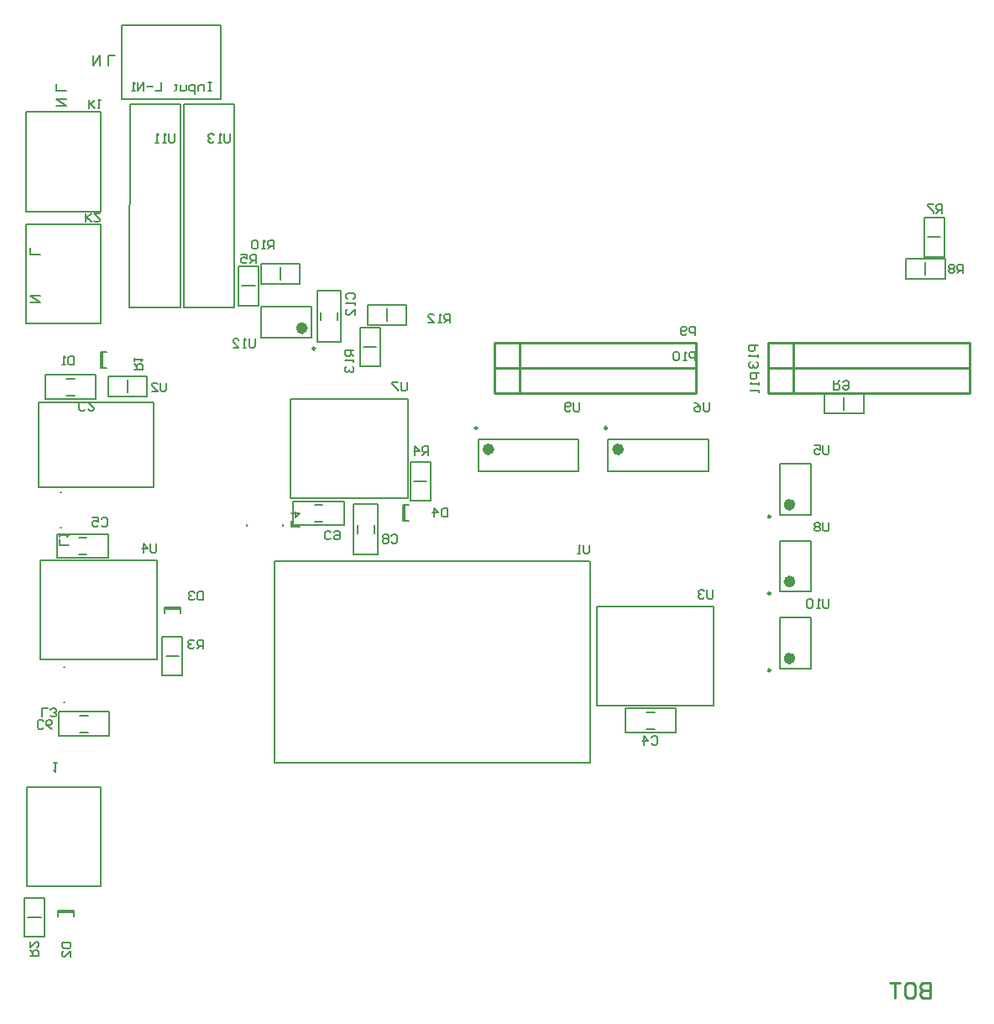
<source format=gbr>
G04 Layer_Color=32896*
%FSLAX25Y25*%
%MOIN*%
%TF.FileFunction,Legend,Bot*%
%TF.Part,Single*%
G01*
G75*
%TA.AperFunction,NonConductor*%
%ADD49C,0.02362*%
%ADD50C,0.00984*%
%ADD51C,0.00787*%
%ADD52C,0.00500*%
%ADD53C,0.01000*%
%ADD54C,0.00700*%
D49*
X113784Y246238D02*
G03*
X113784Y246238I-1181J0D01*
G01*
X307419Y115198D02*
G03*
X307419Y115198I-1181J0D01*
G01*
X187836Y198162D02*
G03*
X187836Y198162I-1181J0D01*
G01*
X307419Y145698D02*
G03*
X307419Y145698I-1181J0D01*
G01*
X239336Y198162D02*
G03*
X239336Y198162I-1181J0D01*
G01*
X307419Y176198D02*
G03*
X307419Y176198I-1181J0D01*
G01*
D50*
X117839Y238167D02*
G03*
X117839Y238167I-492J0D01*
G01*
X298659Y110453D02*
G03*
X298659Y110453I-492J0D01*
G01*
X182246Y206627D02*
G03*
X182246Y206627I-492J0D01*
G01*
X298659Y140954D02*
G03*
X298659Y140954I-492J0D01*
G01*
X233746Y206627D02*
G03*
X233746Y206627I-492J0D01*
G01*
X298659Y171453D02*
G03*
X298659Y171453I-492J0D01*
G01*
D51*
X53632Y183209D02*
Y216674D01*
X7962Y183209D02*
X53632D01*
X7962Y216674D02*
X53632D01*
X7962Y183209D02*
Y216674D01*
X16803Y166972D02*
X17197D01*
X16803Y181028D02*
X17197D01*
X19125Y219553D02*
X22275D01*
X19125Y226247D02*
X22275D01*
X33479Y230450D02*
Y236750D01*
X32731Y230450D02*
Y236750D01*
Y230450D02*
X35093D01*
X32731Y236750D02*
X35093D01*
X43500Y220641D02*
Y225759D01*
X18103Y97872D02*
X18497D01*
X18103Y111928D02*
X18497D01*
X58150Y134733D02*
X64450D01*
X58150Y135481D02*
X64450D01*
X58150Y133119D02*
Y135481D01*
X64450Y133119D02*
Y135481D01*
X58641Y116200D02*
X63759D01*
X24525Y85853D02*
X27675D01*
X24525Y92546D02*
X27675D01*
X117725Y169454D02*
X120875D01*
X117725Y176146D02*
X120875D01*
X104928Y167903D02*
Y168297D01*
X90872Y167903D02*
Y168297D01*
X141347Y164925D02*
Y168075D01*
X134653Y164925D02*
Y168075D01*
X153367Y169750D02*
Y176050D01*
X152619Y169750D02*
Y176050D01*
Y169750D02*
X154981D01*
X152619Y176050D02*
X154981D01*
X157041Y185500D02*
X162159D01*
X249525Y87253D02*
X252675D01*
X249525Y93946D02*
X252675D01*
X137041Y238868D02*
X142159D01*
X146500Y249046D02*
Y254165D01*
X126746Y249325D02*
Y252475D01*
X120054Y249325D02*
Y252475D01*
X104000Y265341D02*
Y270459D01*
X88841Y263000D02*
X93959D01*
X96461Y242301D02*
Y254899D01*
X116539Y242301D02*
Y254899D01*
X96461D02*
X116539D01*
X96461Y242301D02*
X116539D01*
X360200Y267341D02*
Y272459D01*
X361041Y282300D02*
X366159D01*
X65738Y254600D02*
X65840Y335200D01*
X65738Y254600D02*
X85839D01*
X65840Y335200D02*
X85839D01*
Y254600D02*
Y335200D01*
X44238Y254600D02*
X44340Y335200D01*
X44238Y254600D02*
X64339D01*
X44340Y335200D02*
X64339D01*
Y254600D02*
Y335200D01*
X302301Y131339D02*
X314899D01*
X302301Y111261D02*
X314899D01*
Y131339D01*
X302301Y111261D02*
Y131339D01*
X222482Y189501D02*
Y202099D01*
X182718Y189501D02*
Y202099D01*
Y189501D02*
X222482D01*
X182718Y202099D02*
X222482D01*
X302301Y161839D02*
X314899D01*
X302301Y141761D02*
X314899D01*
Y161839D01*
X302301Y141761D02*
Y161839D01*
X154622Y178932D02*
Y218232D01*
X108122D02*
X154622D01*
X108122Y178932D02*
X154622D01*
X108122D02*
Y218232D01*
X273982Y189501D02*
Y202099D01*
X234218Y189501D02*
Y202099D01*
Y189501D02*
X273982D01*
X234218Y202099D02*
X273982D01*
X302301Y192339D02*
X314899D01*
X302301Y172261D02*
X314899D01*
Y192339D01*
X302301Y172261D02*
Y192339D01*
X55206Y114732D02*
Y154032D01*
X8706D02*
X55206D01*
X8706Y114732D02*
X55206D01*
X8706D02*
Y154032D01*
X276222Y96532D02*
Y135832D01*
X229722D02*
X276222D01*
X229722Y96532D02*
X276222D01*
X229722D02*
Y135832D01*
X101800Y73700D02*
Y153700D01*
X101700D02*
X226897D01*
X227000Y73700D02*
Y153700D01*
X101700Y73700D02*
X226897D01*
X327900Y213741D02*
Y218859D01*
X3841Y12500D02*
X8959D01*
X3103Y287485D02*
X32630D01*
X3103Y248115D02*
X32630D01*
X3103D02*
Y287485D01*
X32630Y248115D02*
Y287485D01*
X3103Y331985D02*
X32630D01*
X3103Y292615D02*
X32630D01*
X3103D02*
Y331985D01*
X32630Y292615D02*
Y331985D01*
X41128Y337036D02*
Y366564D01*
X80498Y337036D02*
Y366564D01*
X41128Y337036D02*
X80498D01*
X41128Y366564D02*
X80498D01*
X15850Y14333D02*
X22150D01*
X15850Y15081D02*
X22150D01*
X15850Y12719D02*
Y15081D01*
X22150Y12719D02*
Y15081D01*
X24025Y156485D02*
X27175D01*
X24025Y163178D02*
X27175D01*
X3336Y24715D02*
X32864D01*
X3336Y64085D02*
X32864D01*
Y24715D02*
Y64085D01*
X3336Y24715D02*
Y64085D01*
D52*
X10602Y227683D02*
X30798D01*
Y218116D02*
Y227683D01*
X10602Y218116D02*
X30798D01*
X10602D02*
Y227683D01*
X35764Y219204D02*
X51236D01*
Y227196D01*
X35764D02*
X51236D01*
X35764Y219204D02*
Y227196D01*
X57204Y108464D02*
Y123936D01*
Y108464D02*
X65196D01*
Y123936D01*
X57204D02*
X65196D01*
X16002Y93984D02*
X36198D01*
Y84417D02*
Y93984D01*
X16002Y84417D02*
X36198D01*
X16002D02*
Y93984D01*
X109202Y177584D02*
X129398D01*
Y168017D02*
Y177584D01*
X109202Y168017D02*
X129398D01*
X109202D02*
Y177584D01*
X133217Y156402D02*
Y176598D01*
X142783D01*
Y156402D02*
Y176598D01*
X133217Y156402D02*
X142783D01*
X163596Y177764D02*
Y193236D01*
X155604D02*
X163596D01*
X155604Y177764D02*
Y193236D01*
Y177764D02*
X163596D01*
X241002Y95384D02*
X261198D01*
Y85817D02*
Y95384D01*
X241002Y85817D02*
X261198D01*
X241002D02*
Y95384D01*
X135604Y231132D02*
Y246605D01*
Y231132D02*
X143596D01*
Y246605D01*
X135604D02*
X143596D01*
X138764Y255602D02*
X154236D01*
X138764Y247609D02*
Y255602D01*
Y247609D02*
X154236D01*
Y255602D01*
X118616Y240802D02*
Y260998D01*
X128183D01*
Y240802D02*
Y260998D01*
X118616Y240802D02*
X128183D01*
X96264Y271896D02*
X111736D01*
X96264Y263904D02*
Y271896D01*
Y263904D02*
X111736D01*
Y271896D01*
X95396Y255264D02*
Y270736D01*
X87404D02*
X95396D01*
X87404Y255264D02*
Y270736D01*
Y255264D02*
X95396D01*
X352464Y273896D02*
X367936D01*
X352464Y265904D02*
Y273896D01*
Y265904D02*
X367936D01*
Y273896D01*
X359604Y274564D02*
Y290036D01*
Y274564D02*
X367596D01*
Y290036D01*
X359604D02*
X367596D01*
X320164Y220296D02*
X335636D01*
X320164Y212304D02*
Y220296D01*
Y212304D02*
X335636D01*
Y220296D01*
X10396Y4764D02*
Y20236D01*
X2404D02*
X10396D01*
X2404Y4764D02*
Y20236D01*
Y4764D02*
X10396D01*
X15502Y164615D02*
X35698D01*
Y155048D02*
Y164615D01*
X15502Y155048D02*
X35698D01*
X15502D02*
Y164615D01*
D53*
X297600Y230300D02*
Y240300D01*
Y230300D02*
X377600D01*
Y240300D01*
X297600D02*
X377600D01*
X307600Y230300D02*
Y240300D01*
X297600Y220300D02*
Y230300D01*
Y220300D02*
X377600D01*
Y230300D01*
X297600D02*
X377600D01*
X307600Y220300D02*
Y230300D01*
X189100Y220300D02*
Y230300D01*
Y220300D02*
X269100D01*
Y230300D01*
X189100D02*
X269100D01*
X199100Y220300D02*
Y230300D01*
X189100D02*
Y240300D01*
Y230300D02*
X269100D01*
Y240300D01*
X189100D02*
X269100D01*
X199100Y230300D02*
Y240300D01*
X362100Y-13702D02*
Y-19700D01*
X359101D01*
X358101Y-18700D01*
Y-17701D01*
X359101Y-16701D01*
X362100D01*
X359101D01*
X358101Y-15701D01*
Y-14702D01*
X359101Y-13702D01*
X362100D01*
X353103D02*
X355102D01*
X356102Y-14702D01*
Y-18700D01*
X355102Y-19700D01*
X353103D01*
X352103Y-18700D01*
Y-14702D01*
X353103Y-13702D01*
X350104D02*
X346105D01*
X348105D01*
Y-19700D01*
D54*
X94000Y242099D02*
Y239183D01*
X93417Y238600D01*
X92251D01*
X91667Y239183D01*
Y242099D01*
X90501Y238600D02*
X89335D01*
X89918D01*
Y242099D01*
X90501Y241516D01*
X85253Y238600D02*
X87585D01*
X85253Y240933D01*
Y241516D01*
X85836Y242099D01*
X87002D01*
X87585Y241516D01*
X323900Y225300D02*
Y221801D01*
X325649D01*
X326233Y222384D01*
Y223551D01*
X325649Y224134D01*
X323900D01*
X325066D02*
X326233Y225300D01*
X327399Y224717D02*
X327982Y225300D01*
X329148D01*
X329731Y224717D01*
Y222384D01*
X329148Y221801D01*
X327982D01*
X327399Y222384D01*
Y222967D01*
X327982Y223551D01*
X329731D01*
X375200Y268100D02*
Y271599D01*
X373451D01*
X372867Y271016D01*
Y269849D01*
X373451Y269266D01*
X375200D01*
X374034D02*
X372867Y268100D01*
X371701Y271016D02*
X371118Y271599D01*
X369952D01*
X369369Y271016D01*
Y270433D01*
X369952Y269849D01*
X369369Y269266D01*
Y268683D01*
X369952Y268100D01*
X371118D01*
X371701Y268683D01*
Y269266D01*
X371118Y269849D01*
X371701Y270433D01*
Y271016D01*
X371118Y269849D02*
X369952D01*
X366800Y291900D02*
Y295399D01*
X365051D01*
X364467Y294816D01*
Y293649D01*
X365051Y293066D01*
X366800D01*
X365634D02*
X364467Y291900D01*
X363301Y295399D02*
X360969D01*
Y294816D01*
X363301Y292483D01*
Y291900D01*
X293600Y239300D02*
X290101D01*
Y237551D01*
X290684Y236967D01*
X291851D01*
X292434Y237551D01*
Y239300D01*
X293600Y235801D02*
Y234635D01*
Y235218D01*
X290101D01*
X290684Y235801D01*
Y232885D02*
X290101Y232302D01*
Y231136D01*
X290684Y230553D01*
X291267D01*
X291851Y231136D01*
Y231719D01*
Y231136D01*
X292434Y230553D01*
X293017D01*
X293600Y231136D01*
Y232302D01*
X293017Y232885D01*
X294100Y228300D02*
X290601D01*
Y226551D01*
X291184Y225967D01*
X292351D01*
X292934Y226551D01*
Y228300D01*
X294100Y224801D02*
Y223635D01*
Y224218D01*
X290601D01*
X291184Y224801D01*
X294100Y221885D02*
Y220719D01*
Y221302D01*
X290601D01*
X291184Y221885D01*
X268895Y243450D02*
Y246949D01*
X267146D01*
X266563Y246366D01*
Y245200D01*
X267146Y244617D01*
X268895D01*
X265396Y244034D02*
X264813Y243450D01*
X263647D01*
X263064Y244034D01*
Y246366D01*
X263647Y246949D01*
X264813D01*
X265396Y246366D01*
Y245783D01*
X264813Y245200D01*
X263064D01*
X101500Y277700D02*
Y281199D01*
X99751D01*
X99167Y280616D01*
Y279449D01*
X99751Y278866D01*
X101500D01*
X100334D02*
X99167Y277700D01*
X98001D02*
X96835D01*
X97418D01*
Y281199D01*
X98001Y280616D01*
X95085D02*
X94502Y281199D01*
X93336D01*
X92753Y280616D01*
Y278283D01*
X93336Y277700D01*
X94502D01*
X95085Y278283D01*
Y280616D01*
X94400Y272000D02*
Y275499D01*
X92651D01*
X92067Y274916D01*
Y273749D01*
X92651Y273166D01*
X94400D01*
X93234D02*
X92067Y272000D01*
X88569Y275499D02*
X90901D01*
Y273749D01*
X89735Y274333D01*
X89152D01*
X88569Y273749D01*
Y272583D01*
X89152Y272000D01*
X90318D01*
X90901Y272583D01*
X130684Y257767D02*
X130101Y258351D01*
Y259517D01*
X130684Y260100D01*
X133017D01*
X133600Y259517D01*
Y258351D01*
X133017Y257767D01*
X133600Y256601D02*
Y255435D01*
Y256018D01*
X130101D01*
X130684Y256601D01*
X133600Y251353D02*
Y253685D01*
X131267Y251353D01*
X130684D01*
X130101Y251936D01*
Y253102D01*
X130684Y253685D01*
X54879Y160649D02*
Y157734D01*
X54296Y157150D01*
X53130D01*
X52547Y157734D01*
Y160649D01*
X49631Y157150D02*
Y160649D01*
X51381Y158900D01*
X49048D01*
X73400Y119100D02*
Y122599D01*
X71651D01*
X71067Y122016D01*
Y120849D01*
X71651Y120266D01*
X73400D01*
X72234D02*
X71067Y119100D01*
X69901Y122016D02*
X69318Y122599D01*
X68152D01*
X67569Y122016D01*
Y121433D01*
X68152Y120849D01*
X68735D01*
X68152D01*
X67569Y120266D01*
Y119683D01*
X68152Y119100D01*
X69318D01*
X69901Y119683D01*
X9300Y91952D02*
Y95451D01*
X11633D01*
X12799Y92536D02*
X13382Y91952D01*
X14548D01*
X15132Y92536D01*
Y93119D01*
X14548Y93702D01*
X13965D01*
X14548D01*
X15132Y94285D01*
Y94868D01*
X14548Y95451D01*
X13382D01*
X12799Y94868D01*
X73500Y141799D02*
Y138300D01*
X71751D01*
X71167Y138883D01*
Y141216D01*
X71751Y141799D01*
X73500D01*
X70001Y141216D02*
X69418Y141799D01*
X68252D01*
X67669Y141216D01*
Y140633D01*
X68252Y140049D01*
X68835D01*
X68252D01*
X67669Y139466D01*
Y138883D01*
X68252Y138300D01*
X69418D01*
X70001Y138883D01*
X9933Y87784D02*
X9349Y87201D01*
X8183D01*
X7600Y87784D01*
Y90117D01*
X8183Y90700D01*
X9349D01*
X9933Y90117D01*
X13431Y87201D02*
X12265Y87784D01*
X11099Y88951D01*
Y90117D01*
X11682Y90700D01*
X12848D01*
X13431Y90117D01*
Y89534D01*
X12848Y88951D01*
X11099D01*
X32963Y170498D02*
X33546Y171081D01*
X34712D01*
X35295Y170498D01*
Y168165D01*
X34712Y167582D01*
X33546D01*
X32963Y168165D01*
X29464Y171081D02*
X31796D01*
Y169331D01*
X30630Y169914D01*
X30047D01*
X29464Y169331D01*
Y168165D01*
X30047Y167582D01*
X31213D01*
X31796Y168165D01*
X46000Y229700D02*
X49499D01*
Y231449D01*
X48916Y232033D01*
X47749D01*
X47166Y231449D01*
Y229700D01*
Y230866D02*
X46000Y232033D01*
Y233199D02*
Y234365D01*
Y233782D01*
X49499D01*
X48916Y233199D01*
X22112Y235199D02*
Y231700D01*
X20362D01*
X19779Y232283D01*
Y234616D01*
X20362Y235199D01*
X22112D01*
X18613Y231700D02*
X17447D01*
X18030D01*
Y235199D01*
X18613Y234616D01*
X58800Y224599D02*
Y221683D01*
X58217Y221100D01*
X57051D01*
X56467Y221683D01*
Y224599D01*
X52969Y221100D02*
X55301D01*
X52969Y223433D01*
Y224016D01*
X53552Y224599D01*
X54718D01*
X55301Y224016D01*
X19999Y160000D02*
X16500D01*
Y162333D01*
Y163499D02*
Y164665D01*
Y164082D01*
X19999D01*
X19416Y163499D01*
X26533Y213984D02*
X25949Y213401D01*
X24783D01*
X24200Y213984D01*
Y216317D01*
X24783Y216900D01*
X25949D01*
X26533Y216317D01*
X30031Y216900D02*
X27699D01*
X30031Y214567D01*
Y213984D01*
X29448Y213401D01*
X28282D01*
X27699Y213984D01*
X226695Y160249D02*
Y157334D01*
X226112Y156750D01*
X224946D01*
X224363Y157334D01*
Y160249D01*
X223196Y156750D02*
X222030D01*
X222613D01*
Y160249D01*
X223196Y159666D01*
X4600Y-3000D02*
X8099D01*
Y-1251D01*
X7516Y-667D01*
X6349D01*
X5766Y-1251D01*
Y-3000D01*
Y-1834D02*
X4600Y-667D01*
Y2831D02*
Y499D01*
X6933Y2831D01*
X7516D01*
X8099Y2248D01*
Y1082D01*
X7516Y499D01*
X17401Y2500D02*
X20900D01*
Y751D01*
X20317Y167D01*
X17984D01*
X17401Y751D01*
Y2500D01*
X20900Y-3331D02*
Y-999D01*
X18567Y-3331D01*
X17984D01*
X17401Y-2748D01*
Y-1582D01*
X17984Y-999D01*
X14100Y73687D02*
X15266D01*
X14683D01*
Y70188D01*
X14100Y70771D01*
X84100Y323299D02*
Y320383D01*
X83517Y319800D01*
X82351D01*
X81767Y320383D01*
Y323299D01*
X80601Y319800D02*
X79435D01*
X80018D01*
Y323299D01*
X80601Y322716D01*
X77685D02*
X77102Y323299D01*
X75936D01*
X75353Y322716D01*
Y322133D01*
X75936Y321549D01*
X76519D01*
X75936D01*
X75353Y320966D01*
Y320383D01*
X75936Y319800D01*
X77102D01*
X77685Y320383D01*
X62100Y323299D02*
Y320383D01*
X61517Y319800D01*
X60351D01*
X59767Y320383D01*
Y323299D01*
X58601Y319800D02*
X57435D01*
X58018D01*
Y323299D01*
X58601Y322716D01*
X55685Y319800D02*
X54519D01*
X55102D01*
Y323299D01*
X55685Y322716D01*
X26600Y288301D02*
Y291800D01*
Y290634D01*
X28933Y288301D01*
X27183Y290051D01*
X28933Y291800D01*
X32432D02*
X30099D01*
X32432Y289467D01*
Y288884D01*
X31848Y288301D01*
X30682D01*
X30099Y288884D01*
X28100Y333301D02*
Y336800D01*
Y335634D01*
X30433Y333301D01*
X28683Y335051D01*
X30433Y336800D01*
X31599D02*
X32765D01*
X32182D01*
Y333301D01*
X31599Y333884D01*
X76600Y343799D02*
X75434D01*
X76017D01*
Y340300D01*
X76600D01*
X75434D01*
X73684D02*
Y342633D01*
X71935D01*
X71352Y342049D01*
Y340300D01*
X70185Y339134D02*
Y342633D01*
X68436D01*
X67853Y342049D01*
Y340883D01*
X68436Y340300D01*
X70185D01*
X66686Y342633D02*
Y340883D01*
X66103Y340300D01*
X64354D01*
Y342633D01*
X62604Y343216D02*
Y342633D01*
X63188D01*
X62021D01*
X62604D01*
Y340883D01*
X62021Y340300D01*
X56773Y343799D02*
Y340300D01*
X54440D01*
X53274Y342049D02*
X50942D01*
X49775Y340300D02*
Y343799D01*
X47443Y340300D01*
Y343799D01*
X46277Y340300D02*
X45110D01*
X45693D01*
Y343799D01*
X46277Y343216D01*
X251417Y83716D02*
X252001Y84299D01*
X253167D01*
X253750Y83716D01*
Y81383D01*
X253167Y80800D01*
X252001D01*
X251417Y81383D01*
X248502Y80800D02*
Y84299D01*
X250251Y82549D01*
X247919D01*
X321895Y199649D02*
Y196733D01*
X321312Y196150D01*
X320146D01*
X319563Y196733D01*
Y199649D01*
X316064D02*
X318396D01*
Y197900D01*
X317230Y198483D01*
X316647D01*
X316064Y197900D01*
Y196733D01*
X316647Y196150D01*
X317813D01*
X318396Y196733D01*
X274395Y216749D02*
Y213833D01*
X273812Y213250D01*
X272646D01*
X272063Y213833D01*
Y216749D01*
X268564D02*
X269730Y216166D01*
X270896Y215000D01*
Y213833D01*
X270313Y213250D01*
X269147D01*
X268564Y213833D01*
Y214417D01*
X269147Y215000D01*
X270896D01*
X275895Y142449D02*
Y139533D01*
X275312Y138950D01*
X274146D01*
X273563Y139533D01*
Y142449D01*
X272396Y141866D02*
X271813Y142449D01*
X270647D01*
X270064Y141866D01*
Y141283D01*
X270647Y140700D01*
X271230D01*
X270647D01*
X270064Y140117D01*
Y139533D01*
X270647Y138950D01*
X271813D01*
X272396Y139533D01*
X222895Y216749D02*
Y213833D01*
X222312Y213250D01*
X221146D01*
X220563Y213833D01*
Y216749D01*
X219396Y213833D02*
X218813Y213250D01*
X217647D01*
X217064Y213833D01*
Y216166D01*
X217647Y216749D01*
X218813D01*
X219396Y216166D01*
Y215583D01*
X218813Y215000D01*
X217064D01*
X321895Y169149D02*
Y166234D01*
X321312Y165650D01*
X320146D01*
X319563Y166234D01*
Y169149D01*
X318396Y168566D02*
X317813Y169149D01*
X316647D01*
X316064Y168566D01*
Y167983D01*
X316647Y167400D01*
X316064Y166817D01*
Y166234D01*
X316647Y165650D01*
X317813D01*
X318396Y166234D01*
Y166817D01*
X317813Y167400D01*
X318396Y167983D01*
Y168566D01*
X317813Y167400D02*
X316647D01*
X321895Y138649D02*
Y135733D01*
X321312Y135150D01*
X320146D01*
X319563Y135733D01*
Y138649D01*
X318396Y135150D02*
X317230D01*
X317813D01*
Y138649D01*
X318396Y138066D01*
X315481D02*
X314897Y138649D01*
X313731D01*
X313148Y138066D01*
Y135733D01*
X313731Y135150D01*
X314897D01*
X315481Y135733D01*
Y138066D01*
X268895Y233450D02*
Y236949D01*
X267146D01*
X266563Y236366D01*
Y235200D01*
X267146Y234617D01*
X268895D01*
X265396Y233450D02*
X264230D01*
X264813D01*
Y236949D01*
X265396Y236366D01*
X262481D02*
X261897Y236949D01*
X260731D01*
X260148Y236366D01*
Y234033D01*
X260731Y233450D01*
X261897D01*
X262481Y234033D01*
Y236366D01*
X148167Y163816D02*
X148751Y164399D01*
X149917D01*
X150500Y163816D01*
Y161483D01*
X149917Y160900D01*
X148751D01*
X148167Y161483D01*
X147001Y163816D02*
X146418Y164399D01*
X145252D01*
X144669Y163816D01*
Y163233D01*
X145252Y162649D01*
X144669Y162066D01*
Y161483D01*
X145252Y160900D01*
X146418D01*
X147001Y161483D01*
Y162066D01*
X146418Y162649D01*
X147001Y163233D01*
Y163816D01*
X146418Y162649D02*
X145252D01*
X124133Y162884D02*
X123549Y162301D01*
X122383D01*
X121800Y162884D01*
Y165217D01*
X122383Y165800D01*
X123549D01*
X124133Y165217D01*
X125299D02*
X125882Y165800D01*
X127048D01*
X127631Y165217D01*
Y162884D01*
X127048Y162301D01*
X125882D01*
X125299Y162884D01*
Y163467D01*
X125882Y164051D01*
X127631D01*
X170400Y174799D02*
Y171300D01*
X168651D01*
X168067Y171883D01*
Y174216D01*
X168651Y174799D01*
X170400D01*
X165152Y171300D02*
Y174799D01*
X166901Y173049D01*
X164569D01*
X111899Y167600D02*
X108400D01*
Y169933D01*
Y172848D02*
X111899D01*
X110149Y171099D01*
Y173431D01*
X162800Y195800D02*
Y199299D01*
X161051D01*
X160467Y198716D01*
Y197549D01*
X161051Y196966D01*
X162800D01*
X161634D02*
X160467Y195800D01*
X157552D02*
Y199299D01*
X159301Y197549D01*
X156969D01*
X154295Y224849D02*
Y221934D01*
X153712Y221350D01*
X152546D01*
X151963Y221934D01*
Y224849D01*
X150796D02*
X148464D01*
Y224266D01*
X150796Y221934D01*
Y221350D01*
X171500Y248400D02*
Y251899D01*
X169751D01*
X169167Y251316D01*
Y250149D01*
X169751Y249566D01*
X171500D01*
X170334D02*
X169167Y248400D01*
X168001D02*
X166835D01*
X167418D01*
Y251899D01*
X168001Y251316D01*
X162753Y248400D02*
X165085D01*
X162753Y250733D01*
Y251316D01*
X163336Y251899D01*
X164502D01*
X165085Y251316D01*
X133200Y237368D02*
X129701D01*
Y235619D01*
X130284Y235036D01*
X131451D01*
X132034Y235619D01*
Y237368D01*
Y236202D02*
X133200Y235036D01*
Y233870D02*
Y232703D01*
Y233286D01*
X129701D01*
X130284Y233870D01*
Y230954D02*
X129701Y230371D01*
Y229205D01*
X130284Y228621D01*
X130867D01*
X131451Y229205D01*
Y229788D01*
Y229205D01*
X132034Y228621D01*
X132617D01*
X133200Y229205D01*
Y230371D01*
X132617Y230954D01*
X35600Y350301D02*
Y354300D01*
X38266D01*
X29600D02*
Y350301D01*
X32266Y354300D01*
Y350301D01*
X15100Y334300D02*
X19099D01*
X15100Y336966D01*
X19099D01*
Y340300D02*
X15100D01*
Y342966D01*
X4700Y256600D02*
X8699D01*
X4700Y259266D01*
X8699D01*
X8599Y275600D02*
X4600D01*
Y278266D01*
%TF.MD5,7077e565dd30d62cc7a224914dbacdd2*%
M02*

</source>
